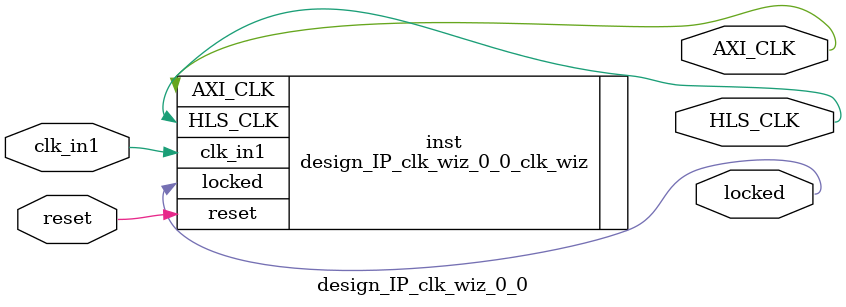
<source format=v>


`timescale 1ps/1ps

(* CORE_GENERATION_INFO = "design_IP_clk_wiz_0_0,clk_wiz_v6_0_3_0_0,{component_name=design_IP_clk_wiz_0_0,use_phase_alignment=true,use_min_o_jitter=false,use_max_i_jitter=false,use_dyn_phase_shift=false,use_inclk_switchover=false,use_dyn_reconfig=false,enable_axi=0,feedback_source=FDBK_AUTO,PRIMITIVE=MMCM,num_out_clk=2,clkin1_period=10.000,clkin2_period=10.000,use_power_down=false,use_reset=true,use_locked=true,use_inclk_stopped=false,feedback_type=SINGLE,CLOCK_MGR_TYPE=NA,manual_override=false}" *)

module design_IP_clk_wiz_0_0 
 (
  // Clock out ports
  output        AXI_CLK,
  output        HLS_CLK,
  // Status and control signals
  input         reset,
  output        locked,
 // Clock in ports
  input         clk_in1
 );

  design_IP_clk_wiz_0_0_clk_wiz inst
  (
  // Clock out ports  
  .AXI_CLK(AXI_CLK),
  .HLS_CLK(HLS_CLK),
  // Status and control signals               
  .reset(reset), 
  .locked(locked),
 // Clock in ports
  .clk_in1(clk_in1)
  );

endmodule

</source>
